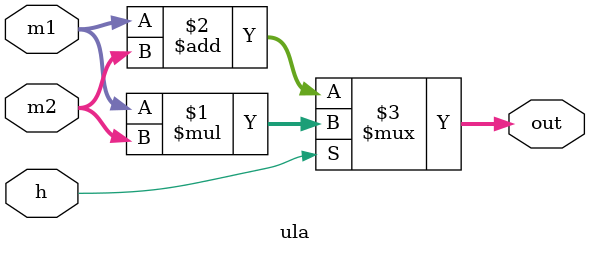
<source format=v>
module ula (
    input h,
    input [15:0] m2,
    input [15:0] m1,
    output [15:0] out
);

    assign out = h? m1 * m2 : m1 + m2;

endmodule
</source>
